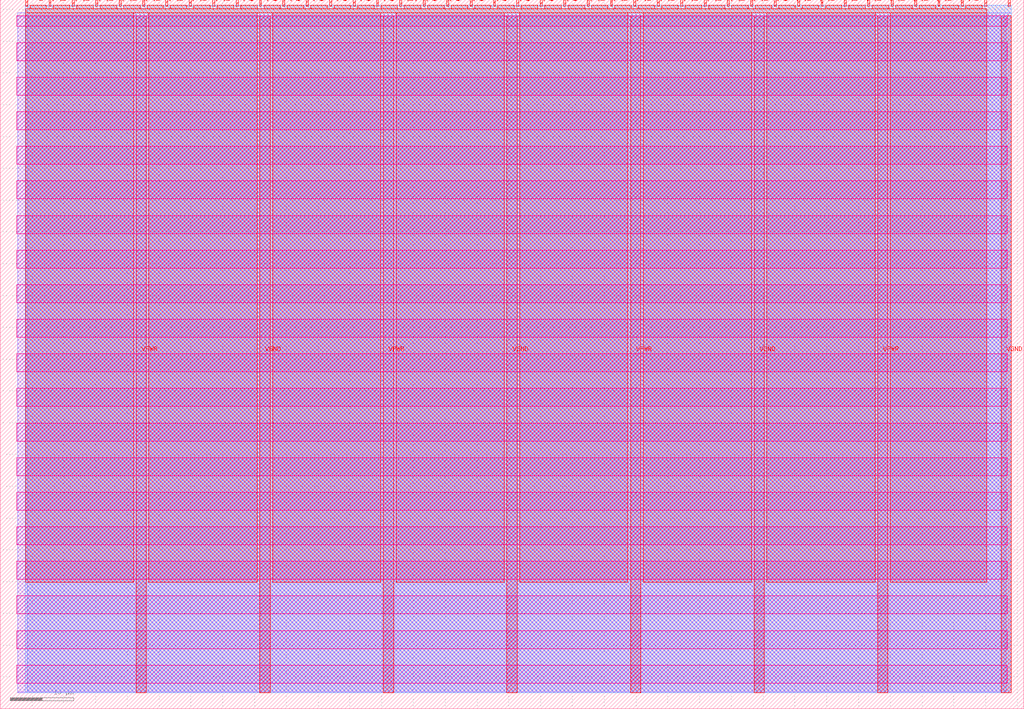
<source format=lef>
VERSION 5.7 ;
  NOWIREEXTENSIONATPIN ON ;
  DIVIDERCHAR "/" ;
  BUSBITCHARS "[]" ;
MACRO tt_um_I2C_to_SPI
  CLASS BLOCK ;
  FOREIGN tt_um_I2C_to_SPI ;
  ORIGIN 0.000 0.000 ;
  SIZE 161.000 BY 111.520 ;
  PIN VGND
    DIRECTION INOUT ;
    USE GROUND ;
    PORT
      LAYER met4 ;
        RECT 40.830 2.480 42.430 109.040 ;
    END
    PORT
      LAYER met4 ;
        RECT 79.700 2.480 81.300 109.040 ;
    END
    PORT
      LAYER met4 ;
        RECT 118.570 2.480 120.170 109.040 ;
    END
    PORT
      LAYER met4 ;
        RECT 157.440 2.480 159.040 109.040 ;
    END
  END VGND
  PIN VPWR
    DIRECTION INOUT ;
    USE POWER ;
    PORT
      LAYER met4 ;
        RECT 21.395 2.480 22.995 109.040 ;
    END
    PORT
      LAYER met4 ;
        RECT 60.265 2.480 61.865 109.040 ;
    END
    PORT
      LAYER met4 ;
        RECT 99.135 2.480 100.735 109.040 ;
    END
    PORT
      LAYER met4 ;
        RECT 138.005 2.480 139.605 109.040 ;
    END
  END VPWR
  PIN clk
    DIRECTION INPUT ;
    USE SIGNAL ;
    ANTENNAGATEAREA 0.852000 ;
    PORT
      LAYER met4 ;
        RECT 154.870 110.520 155.170 111.520 ;
    END
  END clk
  PIN ena
    DIRECTION INPUT ;
    USE SIGNAL ;
    PORT
      LAYER met4 ;
        RECT 158.550 110.520 158.850 111.520 ;
    END
  END ena
  PIN rst_n
    DIRECTION INPUT ;
    USE SIGNAL ;
    ANTENNAGATEAREA 0.196500 ;
    PORT
      LAYER met4 ;
        RECT 151.190 110.520 151.490 111.520 ;
    END
  END rst_n
  PIN ui_in[0]
    DIRECTION INPUT ;
    USE SIGNAL ;
    ANTENNAGATEAREA 0.196500 ;
    PORT
      LAYER met4 ;
        RECT 147.510 110.520 147.810 111.520 ;
    END
  END ui_in[0]
  PIN ui_in[1]
    DIRECTION INPUT ;
    USE SIGNAL ;
    ANTENNAGATEAREA 0.196500 ;
    PORT
      LAYER met4 ;
        RECT 143.830 110.520 144.130 111.520 ;
    END
  END ui_in[1]
  PIN ui_in[2]
    DIRECTION INPUT ;
    USE SIGNAL ;
    ANTENNAGATEAREA 0.196500 ;
    PORT
      LAYER met4 ;
        RECT 140.150 110.520 140.450 111.520 ;
    END
  END ui_in[2]
  PIN ui_in[3]
    DIRECTION INPUT ;
    USE SIGNAL ;
    ANTENNAGATEAREA 0.213000 ;
    PORT
      LAYER met4 ;
        RECT 136.470 110.520 136.770 111.520 ;
    END
  END ui_in[3]
  PIN ui_in[4]
    DIRECTION INPUT ;
    USE SIGNAL ;
    PORT
      LAYER met4 ;
        RECT 132.790 110.520 133.090 111.520 ;
    END
  END ui_in[4]
  PIN ui_in[5]
    DIRECTION INPUT ;
    USE SIGNAL ;
    PORT
      LAYER met4 ;
        RECT 129.110 110.520 129.410 111.520 ;
    END
  END ui_in[5]
  PIN ui_in[6]
    DIRECTION INPUT ;
    USE SIGNAL ;
    PORT
      LAYER met4 ;
        RECT 125.430 110.520 125.730 111.520 ;
    END
  END ui_in[6]
  PIN ui_in[7]
    DIRECTION INPUT ;
    USE SIGNAL ;
    PORT
      LAYER met4 ;
        RECT 121.750 110.520 122.050 111.520 ;
    END
  END ui_in[7]
  PIN uio_in[0]
    DIRECTION INPUT ;
    USE SIGNAL ;
    ANTENNAGATEAREA 0.196500 ;
    PORT
      LAYER met4 ;
        RECT 118.070 110.520 118.370 111.520 ;
    END
  END uio_in[0]
  PIN uio_in[1]
    DIRECTION INPUT ;
    USE SIGNAL ;
    ANTENNAGATEAREA 0.196500 ;
    PORT
      LAYER met4 ;
        RECT 114.390 110.520 114.690 111.520 ;
    END
  END uio_in[1]
  PIN uio_in[2]
    DIRECTION INPUT ;
    USE SIGNAL ;
    PORT
      LAYER met4 ;
        RECT 110.710 110.520 111.010 111.520 ;
    END
  END uio_in[2]
  PIN uio_in[3]
    DIRECTION INPUT ;
    USE SIGNAL ;
    PORT
      LAYER met4 ;
        RECT 107.030 110.520 107.330 111.520 ;
    END
  END uio_in[3]
  PIN uio_in[4]
    DIRECTION INPUT ;
    USE SIGNAL ;
    PORT
      LAYER met4 ;
        RECT 103.350 110.520 103.650 111.520 ;
    END
  END uio_in[4]
  PIN uio_in[5]
    DIRECTION INPUT ;
    USE SIGNAL ;
    PORT
      LAYER met4 ;
        RECT 99.670 110.520 99.970 111.520 ;
    END
  END uio_in[5]
  PIN uio_in[6]
    DIRECTION INPUT ;
    USE SIGNAL ;
    PORT
      LAYER met4 ;
        RECT 95.990 110.520 96.290 111.520 ;
    END
  END uio_in[6]
  PIN uio_in[7]
    DIRECTION INPUT ;
    USE SIGNAL ;
    PORT
      LAYER met4 ;
        RECT 92.310 110.520 92.610 111.520 ;
    END
  END uio_in[7]
  PIN uio_oe[0]
    DIRECTION OUTPUT TRISTATE ;
    USE SIGNAL ;
    ANTENNADIFFAREA 0.795200 ;
    PORT
      LAYER met4 ;
        RECT 29.750 110.520 30.050 111.520 ;
    END
  END uio_oe[0]
  PIN uio_oe[1]
    DIRECTION OUTPUT TRISTATE ;
    USE SIGNAL ;
    PORT
      LAYER met4 ;
        RECT 26.070 110.520 26.370 111.520 ;
    END
  END uio_oe[1]
  PIN uio_oe[2]
    DIRECTION OUTPUT TRISTATE ;
    USE SIGNAL ;
    PORT
      LAYER met4 ;
        RECT 22.390 110.520 22.690 111.520 ;
    END
  END uio_oe[2]
  PIN uio_oe[3]
    DIRECTION OUTPUT TRISTATE ;
    USE SIGNAL ;
    PORT
      LAYER met4 ;
        RECT 18.710 110.520 19.010 111.520 ;
    END
  END uio_oe[3]
  PIN uio_oe[4]
    DIRECTION OUTPUT TRISTATE ;
    USE SIGNAL ;
    PORT
      LAYER met4 ;
        RECT 15.030 110.520 15.330 111.520 ;
    END
  END uio_oe[4]
  PIN uio_oe[5]
    DIRECTION OUTPUT TRISTATE ;
    USE SIGNAL ;
    PORT
      LAYER met4 ;
        RECT 11.350 110.520 11.650 111.520 ;
    END
  END uio_oe[5]
  PIN uio_oe[6]
    DIRECTION OUTPUT TRISTATE ;
    USE SIGNAL ;
    PORT
      LAYER met4 ;
        RECT 7.670 110.520 7.970 111.520 ;
    END
  END uio_oe[6]
  PIN uio_oe[7]
    DIRECTION OUTPUT TRISTATE ;
    USE SIGNAL ;
    PORT
      LAYER met4 ;
        RECT 3.990 110.520 4.290 111.520 ;
    END
  END uio_oe[7]
  PIN uio_out[0]
    DIRECTION OUTPUT TRISTATE ;
    USE SIGNAL ;
    ANTENNADIFFAREA 0.795200 ;
    PORT
      LAYER met4 ;
        RECT 59.190 110.520 59.490 111.520 ;
    END
  END uio_out[0]
  PIN uio_out[1]
    DIRECTION OUTPUT TRISTATE ;
    USE SIGNAL ;
    ANTENNADIFFAREA 0.445500 ;
    PORT
      LAYER met4 ;
        RECT 55.510 110.520 55.810 111.520 ;
    END
  END uio_out[1]
  PIN uio_out[2]
    DIRECTION OUTPUT TRISTATE ;
    USE SIGNAL ;
    PORT
      LAYER met4 ;
        RECT 51.830 110.520 52.130 111.520 ;
    END
  END uio_out[2]
  PIN uio_out[3]
    DIRECTION OUTPUT TRISTATE ;
    USE SIGNAL ;
    PORT
      LAYER met4 ;
        RECT 48.150 110.520 48.450 111.520 ;
    END
  END uio_out[3]
  PIN uio_out[4]
    DIRECTION OUTPUT TRISTATE ;
    USE SIGNAL ;
    PORT
      LAYER met4 ;
        RECT 44.470 110.520 44.770 111.520 ;
    END
  END uio_out[4]
  PIN uio_out[5]
    DIRECTION OUTPUT TRISTATE ;
    USE SIGNAL ;
    PORT
      LAYER met4 ;
        RECT 40.790 110.520 41.090 111.520 ;
    END
  END uio_out[5]
  PIN uio_out[6]
    DIRECTION OUTPUT TRISTATE ;
    USE SIGNAL ;
    PORT
      LAYER met4 ;
        RECT 37.110 110.520 37.410 111.520 ;
    END
  END uio_out[6]
  PIN uio_out[7]
    DIRECTION OUTPUT TRISTATE ;
    USE SIGNAL ;
    PORT
      LAYER met4 ;
        RECT 33.430 110.520 33.730 111.520 ;
    END
  END uio_out[7]
  PIN uo_out[0]
    DIRECTION OUTPUT TRISTATE ;
    USE SIGNAL ;
    ANTENNADIFFAREA 0.795200 ;
    PORT
      LAYER met4 ;
        RECT 88.630 110.520 88.930 111.520 ;
    END
  END uo_out[0]
  PIN uo_out[1]
    DIRECTION OUTPUT TRISTATE ;
    USE SIGNAL ;
    ANTENNADIFFAREA 0.795200 ;
    PORT
      LAYER met4 ;
        RECT 84.950 110.520 85.250 111.520 ;
    END
  END uo_out[1]
  PIN uo_out[2]
    DIRECTION OUTPUT TRISTATE ;
    USE SIGNAL ;
    ANTENNADIFFAREA 0.445500 ;
    PORT
      LAYER met4 ;
        RECT 81.270 110.520 81.570 111.520 ;
    END
  END uo_out[2]
  PIN uo_out[3]
    DIRECTION OUTPUT TRISTATE ;
    USE SIGNAL ;
    PORT
      LAYER met4 ;
        RECT 77.590 110.520 77.890 111.520 ;
    END
  END uo_out[3]
  PIN uo_out[4]
    DIRECTION OUTPUT TRISTATE ;
    USE SIGNAL ;
    ANTENNADIFFAREA 0.445500 ;
    PORT
      LAYER met4 ;
        RECT 73.910 110.520 74.210 111.520 ;
    END
  END uo_out[4]
  PIN uo_out[5]
    DIRECTION OUTPUT TRISTATE ;
    USE SIGNAL ;
    PORT
      LAYER met4 ;
        RECT 70.230 110.520 70.530 111.520 ;
    END
  END uo_out[5]
  PIN uo_out[6]
    DIRECTION OUTPUT TRISTATE ;
    USE SIGNAL ;
    PORT
      LAYER met4 ;
        RECT 66.550 110.520 66.850 111.520 ;
    END
  END uo_out[6]
  PIN uo_out[7]
    DIRECTION OUTPUT TRISTATE ;
    USE SIGNAL ;
    PORT
      LAYER met4 ;
        RECT 62.870 110.520 63.170 111.520 ;
    END
  END uo_out[7]
  OBS
      LAYER nwell ;
        RECT 2.570 107.385 158.430 108.990 ;
        RECT 2.570 101.945 158.430 104.775 ;
        RECT 2.570 96.505 158.430 99.335 ;
        RECT 2.570 91.065 158.430 93.895 ;
        RECT 2.570 85.625 158.430 88.455 ;
        RECT 2.570 80.185 158.430 83.015 ;
        RECT 2.570 74.745 158.430 77.575 ;
        RECT 2.570 69.305 158.430 72.135 ;
        RECT 2.570 63.865 158.430 66.695 ;
        RECT 2.570 58.425 158.430 61.255 ;
        RECT 2.570 52.985 158.430 55.815 ;
        RECT 2.570 47.545 158.430 50.375 ;
        RECT 2.570 42.105 158.430 44.935 ;
        RECT 2.570 36.665 158.430 39.495 ;
        RECT 2.570 31.225 158.430 34.055 ;
        RECT 2.570 25.785 158.430 28.615 ;
        RECT 2.570 20.345 158.430 23.175 ;
        RECT 2.570 14.905 158.430 17.735 ;
        RECT 2.570 9.465 158.430 12.295 ;
        RECT 2.570 4.025 158.430 6.855 ;
      LAYER li1 ;
        RECT 2.760 2.635 158.240 108.885 ;
      LAYER met1 ;
        RECT 2.760 2.480 159.040 109.440 ;
      LAYER met2 ;
        RECT 4.230 2.535 159.010 110.685 ;
      LAYER met3 ;
        RECT 3.950 2.555 159.030 110.665 ;
      LAYER met4 ;
        RECT 4.690 110.120 7.270 110.665 ;
        RECT 8.370 110.120 10.950 110.665 ;
        RECT 12.050 110.120 14.630 110.665 ;
        RECT 15.730 110.120 18.310 110.665 ;
        RECT 19.410 110.120 21.990 110.665 ;
        RECT 23.090 110.120 25.670 110.665 ;
        RECT 26.770 110.120 29.350 110.665 ;
        RECT 30.450 110.120 33.030 110.665 ;
        RECT 34.130 110.120 36.710 110.665 ;
        RECT 37.810 110.120 40.390 110.665 ;
        RECT 41.490 110.120 44.070 110.665 ;
        RECT 45.170 110.120 47.750 110.665 ;
        RECT 48.850 110.120 51.430 110.665 ;
        RECT 52.530 110.120 55.110 110.665 ;
        RECT 56.210 110.120 58.790 110.665 ;
        RECT 59.890 110.120 62.470 110.665 ;
        RECT 63.570 110.120 66.150 110.665 ;
        RECT 67.250 110.120 69.830 110.665 ;
        RECT 70.930 110.120 73.510 110.665 ;
        RECT 74.610 110.120 77.190 110.665 ;
        RECT 78.290 110.120 80.870 110.665 ;
        RECT 81.970 110.120 84.550 110.665 ;
        RECT 85.650 110.120 88.230 110.665 ;
        RECT 89.330 110.120 91.910 110.665 ;
        RECT 93.010 110.120 95.590 110.665 ;
        RECT 96.690 110.120 99.270 110.665 ;
        RECT 100.370 110.120 102.950 110.665 ;
        RECT 104.050 110.120 106.630 110.665 ;
        RECT 107.730 110.120 110.310 110.665 ;
        RECT 111.410 110.120 113.990 110.665 ;
        RECT 115.090 110.120 117.670 110.665 ;
        RECT 118.770 110.120 121.350 110.665 ;
        RECT 122.450 110.120 125.030 110.665 ;
        RECT 126.130 110.120 128.710 110.665 ;
        RECT 129.810 110.120 132.390 110.665 ;
        RECT 133.490 110.120 136.070 110.665 ;
        RECT 137.170 110.120 139.750 110.665 ;
        RECT 140.850 110.120 143.430 110.665 ;
        RECT 144.530 110.120 147.110 110.665 ;
        RECT 148.210 110.120 150.790 110.665 ;
        RECT 151.890 110.120 154.470 110.665 ;
        RECT 3.975 109.440 155.185 110.120 ;
        RECT 3.975 19.895 20.995 109.440 ;
        RECT 23.395 19.895 40.430 109.440 ;
        RECT 42.830 19.895 59.865 109.440 ;
        RECT 62.265 19.895 79.300 109.440 ;
        RECT 81.700 19.895 98.735 109.440 ;
        RECT 101.135 19.895 118.170 109.440 ;
        RECT 120.570 19.895 137.605 109.440 ;
        RECT 140.005 19.895 155.185 109.440 ;
  END
END tt_um_I2C_to_SPI
END LIBRARY


</source>
